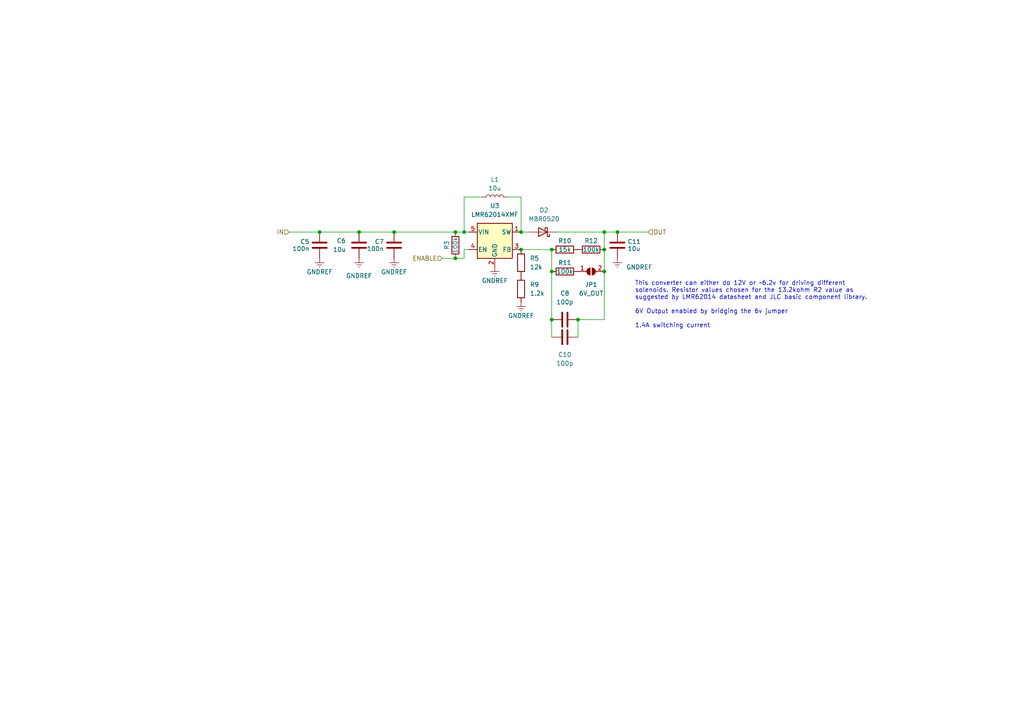
<source format=kicad_sch>
(kicad_sch (version 20231120) (generator "eeschema") (generator_version "8.0")
  (paper "A4")
  (title_block (title "DiveCAN Head") (date "2024-01-08") (rev "2.2 (DRAFT)") (company "Aren Leishman"))
  (lib_symbols
    (symbol "Jumper:SolderJumper_2_Open" (pin_names (offset 0) hide)
      (property "Reference" "JP" (at 0 2.032 0))
      (property "Value" "SolderJumper_2_Open" (at 0 -2.54 0))
      (symbol "SolderJumper_2_Open_0_1"
        (arc (start -0.254 1.016) (mid -1.2656 0) (end -0.254 -1.016))
        (arc (start -0.254 1.016) (mid -1.2656 0) (end -0.254 -1.016) (fill (type outline)))
        (polyline (pts (xy -0.254 1.016) (xy -0.254 -1.016)))
        (polyline (pts (xy 0.254 1.016) (xy 0.254 -1.016)))
        (arc (start 0.254 -1.016) (mid 1.2656 0) (end 0.254 1.016))
        (arc (start 0.254 -1.016) (mid 1.2656 0) (end 0.254 1.016) (fill (type outline)))
      )
      (symbol "SolderJumper_2_Open_1_1"
        (pin passive line (at -3.81 0 0) (length 2.54) (name "A") (number "1"))
        (pin passive line (at 3.81 0 180) (length 2.54) (name "B") (number "2"))
      )
    )
    (symbol "Library:C" (pin_numbers hide) (pin_names (offset 0.254))
      (property "Reference" "C" (at 0.635 2.54 0))
      (property "Value" "C" (at 0.635 -2.54 0))
      (symbol "C_0_1"
        (polyline (pts (xy -2.032 -0.762) (xy 2.032 -0.762)) (stroke (width 0.508)))
        (polyline (pts (xy -2.032 0.762) (xy 2.032 0.762)) (stroke (width 0.508)))
      )
      (symbol "C_1_1"
        (pin passive line (at 0 3.81 270) (length 2.794) (name "~") (number "1"))
        (pin passive line (at 0 -3.81 90) (length 2.794) (name "~") (number "2"))
      )
    )
    (symbol "Library:L" (pin_numbers hide) (pin_names (offset 1.016) hide)
      (property "Reference" "L" (at -1.27 0 90))
      (property "Value" "L" (at 1.905 0 90))
      (symbol "L_0_1"
        (arc (start 0 -2.54) (mid 0.6323 -1.905) (end 0 -1.27))
        (arc (start 0 -1.27) (mid 0.6323 -0.635) (end 0 0))
        (arc (start 0 0) (mid 0.6323 0.635) (end 0 1.27))
        (arc (start 0 1.27) (mid 0.6323 1.905) (end 0 2.54))
      )
      (symbol "L_1_1"
        (pin passive line (at 0 3.81 270) (length 1.27) (name "1") (number "1"))
        (pin passive line (at 0 -3.81 90) (length 1.27) (name "2") (number "2"))
      )
    )
    (symbol "Library:MBR0520" (pin_numbers hide) (pin_names (offset 1.016) hide)
      (property "Reference" "D" (at 0 2.54 0))
      (property "Value" "MBR0520" (at 0 -2.54 0))
      (symbol "MBR0520_0_1"
        (polyline (pts (xy 1.27 0) (xy -1.27 0)))
        (polyline (pts (xy 1.27 1.27) (xy 1.27 -1.27) (xy -1.27 0) (xy 1.27 1.27)) (stroke (width 0.254)))
        (polyline (pts (xy -1.905 0.635) (xy -1.905 1.27) (xy -1.27 1.27) (xy -1.27 -1.27) (xy -0.635 -1.27) (xy -0.635 -0.635)) (stroke (width 0.254)))
      )
      (symbol "MBR0520_1_1"
        (pin passive line (at -3.81 0 0) (length 2.54) (name "K") (number "1"))
        (pin passive line (at 3.81 0 180) (length 2.54) (name "A") (number "2"))
      )
    )
    (symbol "Library:R" (pin_numbers hide) (pin_names (offset 0))
      (property "Reference" "R" (at 2.032 0 90))
      (property "Value" "R" (at 0 0 90))
      (symbol "R_0_1"
        (rectangle (start -1.016 -2.54) (end 1.016 2.54) (stroke (width 0.254)))
      )
      (symbol "R_1_1"
        (pin passive line (at 0 3.81 270) (length 1.27) (name "~") (number "1"))
        (pin passive line (at 0 -3.81 90) (length 1.27) (name "~") (number "2"))
      )
    )
    (symbol "Regulator_Switching:LMR62014XMF" (pin_names (offset 0.254))
      (property "Reference" "U" (at -5.08 6.35 0))
      (property "Value" "LMR62014XMF" (at 0 6.35 0))
      (symbol "LMR62014XMF_0_1"
        (rectangle (start -5.08 5.08) (end 5.08 -5.08) (stroke (width 0.254)) (fill (type background)))
      )
      (symbol "LMR62014XMF_1_1"
        (pin output line (at 7.62 2.54 180) (length 2.54) (name "SW") (number "1"))
        (pin power_in line (at 0 -7.62 90) (length 2.54) (name "GND") (number "2"))
        (pin input line (at 7.62 -2.54 180) (length 2.54) (name "FB") (number "3"))
        (pin input line (at -7.62 -2.54 0) (length 2.54) (name "EN") (number "4"))
        (pin input line (at -7.62 2.54 0) (length 2.54) (name "VIN") (number "5"))
      )
    )
    (symbol "power:GNDREF" (power) (pin_names (offset 0))
      (property "Value" "GNDREF" (at 0 -3.81 0))
      (symbol "GNDREF_0_1"
        (polyline (pts (xy -0.635 -1.905) (xy 0.635 -1.905)))
        (polyline (pts (xy -0.127 -2.54) (xy 0.127 -2.54)))
        (polyline (pts (xy 0 -1.27) (xy 0 0)))
        (polyline (pts (xy 1.27 -1.27) (xy -1.27 -1.27)))
      )
      (symbol "GNDREF_1_1"
        (pin power_in line (at 0 0 270) (length 0) hide (name "GNDREF") (number "1"))
      )
    )
  )
  (junction (at 175.26 72.39))
  (junction (at 167.64 92.71))
  (junction (at 132.08 74.93))
  (junction (at 132.08 67.31))
  (junction (at 134.62 67.31))
  (junction (at 151.13 67.31))
  (junction (at 175.26 67.31))
  (junction (at 179.07 67.31))
  (junction (at 92.71 67.31))
  (junction (at 160.02 72.39))
  (junction (at 160.02 92.71))
  (junction (at 104.14 67.31))
  (junction (at 151.13 72.39))
  (junction (at 114.3 67.31))
  (junction (at 160.02 78.74))
  (junction (at 175.26 78.74))
  (wire (pts (xy 134.62 72.39) (xy 135.89 72.39)))
  (wire (pts (xy 83.82 67.31) (xy 92.71 67.31)))
  (wire (pts (xy 161.29 67.31) (xy 175.26 67.31)))
  (wire (pts (xy 151.13 72.39) (xy 160.02 72.39)))
  (wire (pts (xy 147.32 57.15) (xy 151.13 57.15)))
  (wire (pts (xy 175.26 72.39) (xy 175.26 78.74)))
  (wire (pts (xy 134.62 74.93) (xy 134.62 72.39)))
  (wire (pts (xy 151.13 67.31) (xy 153.67 67.31)))
  (wire (pts (xy 132.08 74.93) (xy 134.62 74.93)))
  (wire (pts (xy 175.26 92.71) (xy 167.64 92.71)))
  (wire (pts (xy 134.62 67.31) (xy 135.89 67.31)))
  (wire (pts (xy 151.13 57.15) (xy 151.13 67.31)))
  (wire (pts (xy 175.26 67.31) (xy 179.07 67.31)))
  (wire (pts (xy 179.07 67.31) (xy 187.96 67.31)))
  (wire (pts (xy 160.02 92.71) (xy 160.02 97.79)))
  (wire (pts (xy 160.02 72.39) (xy 160.02 78.74)))
  (wire (pts (xy 175.26 78.74) (xy 175.26 92.71)))
  (wire (pts (xy 92.71 67.31) (xy 104.14 67.31)))
  (wire (pts (xy 175.26 67.31) (xy 175.26 72.39)))
  (wire (pts (xy 167.64 92.71) (xy 167.64 97.79)))
  (wire (pts (xy 134.62 57.15) (xy 139.7 57.15)))
  (wire (pts (xy 134.62 67.31) (xy 134.62 57.15)))
  (wire (pts (xy 104.14 67.31) (xy 114.3 67.31)))
  (wire (pts (xy 132.08 67.31) (xy 134.62 67.31)))
  (wire (pts (xy 114.3 67.31) (xy 132.08 67.31)))
  (wire (pts (xy 160.02 78.74) (xy 160.02 92.71)))
  (wire (pts (xy 128.27 74.93) (xy 132.08 74.93)))
  (text "This converter can either do 12V or ~6.2v for driving different\nsolenoids. Resistor values chosen for the 13.2kohm R2 value as \nsuggested by LMR62014 datasheet and JLC basic component library.\n\n6V Output enabled by bridging the 6v jumper\n\n1.4A switching current" (at 184.15 95.25 0) (effects (font (size 1.27 1.27)) (justify left bottom)))
  (hierarchical_label "ENABLE" (shape input) (at 128.27 74.93 180))
  (hierarchical_label "OUT" (shape input) (at 187.96 67.31 0))
  (hierarchical_label "IN" (shape input) (at 83.82 67.31 180))
  (symbol (lib_id "Library:MBR0520") (at 157.48 67.31 180) (unit 1)
    (property "Reference" "D2" (at 157.7975 60.96 0))
    (property "Value" "MBR0520" (at 157.7975 63.5 0))
    (property "Footprint" "Diode_SMD:D_SOD-123" (effects (hide yes)))
    (property "Datasheet" "http://www.mccsemi.com/up_pdf/MBR0520~MBR0580(SOD123).pdf" (effects (hide yes)))
    (property "MPN" "C5204745" (effects (hide yes)))
  )
  (symbol (lib_id "power:GNDREF") (at 92.71 74.93 0) (unit 1)
    (property "Reference" "#PWR019" (effects (hide yes)))
    (property "Value" "GNDREF" (at 92.71 78.875 0))
  )
  (symbol (lib_id "Library:R") (at 163.83 72.39 90) (unit 1)
    (property "Reference" "R10" (at 163.83 69.85 90))
    (property "Value" "15k" (at 163.83 72.39 90))
    (property "Footprint" "Resistor_SMD:R_0402_1005Metric" (effects (hide yes)))
    (property "MPN" "C25756" (effects (hide yes)))
  )
  (symbol (lib_id "Library:R") (at 151.13 76.2 0) (unit 1)
    (property "Reference" "R5" (at 153.67 74.93 0) (effects (justify left)))
    (property "Value" "12k" (at 153.67 77.47 0) (effects (justify left)))
    (property "Footprint" "Resistor_SMD:R_0402_1005Metric" (effects (hide yes)))
    (property "MPN" "C25752" (effects (hide yes)))
  )
  (symbol (lib_id "Library:R") (at 132.08 71.12 180) (unit 1)
    (property "Reference" "R3" (at 129.54 71.12 90))
    (property "Value" "100k" (at 132.08 71.12 90))
    (property "Footprint" "Resistor_SMD:R_0402_1005Metric" (effects (hide yes)))
    (property "MPN" "C25741" (effects (hide yes)))
  )
  (symbol (lib_id "power:GNDREF") (at 151.13 87.63 0) (unit 1)
    (property "Reference" "#PWR023" (effects (hide yes)))
    (property "Value" "GNDREF" (at 151.13 91.575 0))
  )
  (symbol (lib_id "Regulator_Switching:LMR62014XMF") (at 143.51 69.85 0) (unit 1)
    (property "Reference" "U3" (at 143.51 59.69 0))
    (property "Value" "LMR62014XMF" (at 143.51 62.23 0))
    (property "Footprint" "Package_TO_SOT_SMD:SOT-23-5" (effects (hide yes)))
    (property "Datasheet" "http://www.ti.com/lit/ds/symlink/lmr62014.pdf" (effects (hide yes)))
    (property "MPN" "C468235" (effects (hide yes)))
  )
  (symbol (lib_id "Library:C") (at 114.3 71.12 180) (unit 1)
    (property "Reference" "C7" (at 111.3791 70.096 0) (effects (justify left)))
    (property "Value" "100n" (at 111.3791 72.144 0) (effects (justify left)))
    (property "Footprint" "Capacitor_SMD:C_0603_1608Metric" (effects (hide yes)))
    (property "MPN" "C14663" (effects (hide yes)))
  )
  (symbol (lib_id "power:GNDREF") (at 114.3 74.93 0) (unit 1)
    (property "Reference" "#PWR021" (effects (hide yes)))
    (property "Value" "GNDREF" (at 114.3 78.875 0))
  )
  (symbol (lib_id "Library:R") (at 163.83 78.74 90) (unit 1)
    (property "Reference" "R11" (at 163.83 76.2 90))
    (property "Value" "100k" (at 163.83 78.74 90))
    (property "Footprint" "Resistor_SMD:R_0402_1005Metric" (effects (hide yes)))
    (property "MPN" "C25741" (effects (hide yes)))
  )
  (symbol (lib_id "Library:C") (at 104.14 71.12 0) (unit 1)
    (property "Reference" "C6" (at 100.33 69.85 0) (effects (justify right)))
    (property "Value" "10u" (at 100.33 72.39 0) (effects (justify right)))
    (property "Footprint" "Capacitor_SMD:C_0603_1608Metric" (effects (hide yes)))
    (property "MPN" "C96446" (effects (hide yes)))
  )
  (symbol (lib_id "power:GNDREF") (at 179.07 74.93 0) (unit 1)
    (property "Reference" "#PWR024" (effects (hide yes)))
    (property "Value" "GNDREF" (at 185.42 77.47 0))
  )
  (symbol (lib_id "Jumper:SolderJumper_2_Open") (at 171.45 78.74 0) (unit 1) (in_bom no)
    (property "Reference" "JP1" (at 171.45 82.55 0))
    (property "Value" "6V_OUT" (at 171.45 85.09 0))
    (property "Footprint" "Jumper:SolderJumper-2_P1.3mm_Open_TrianglePad1.0x1.5mm" (effects (hide yes)))
  )
  (symbol (lib_id "Library:C") (at 163.83 97.79 270) (unit 1)
    (property "Reference" "C10" (at 163.83 102.87 90))
    (property "Value" "100p" (at 163.83 105.41 90))
    (property "Footprint" "Capacitor_SMD:C_0402_1005Metric" (effects (hide yes)))
    (property "MPN" "C1546" (effects (hide yes)))
  )
  (symbol (lib_id "Library:C") (at 163.83 92.71 270) (unit 1)
    (property "Reference" "C8" (at 163.83 85.09 90))
    (property "Value" "100p" (at 163.83 87.63 90))
    (property "Footprint" "Capacitor_SMD:C_0402_1005Metric" (effects (hide yes)))
    (property "MPN" "C1546" (effects (hide yes)))
  )
  (symbol (lib_id "power:GNDREF") (at 143.51 77.47 0) (unit 1)
    (property "Reference" "#PWR022" (effects (hide yes)))
    (property "Value" "GNDREF" (at 143.51 81.415 0))
  )
  (symbol (lib_id "Library:R") (at 151.13 83.82 0) (unit 1)
    (property "Reference" "R9" (at 153.67 82.55 0) (effects (justify left)))
    (property "Value" "1.2k" (at 153.67 85.09 0) (effects (justify left)))
    (property "Footprint" "Resistor_SMD:R_0402_1005Metric" (effects (hide yes)))
    (property "MPN" "C25862" (effects (hide yes)))
  )
  (symbol (lib_id "Library:R") (at 171.45 72.39 90) (unit 1)
    (property "Reference" "R12" (at 171.45 69.85 90))
    (property "Value" "100k" (at 171.45 72.39 90))
    (property "Footprint" "Resistor_SMD:R_0402_1005Metric" (effects (hide yes)))
    (property "MPN" "C25741" (effects (hide yes)))
  )
  (symbol (lib_id "Library:C") (at 179.07 71.12 0) (unit 1)
    (property "Reference" "C11" (at 181.991 70.096 0) (effects (justify left)))
    (property "Value" "10u" (at 181.991 72.144 0) (effects (justify left)))
    (property "Footprint" "Capacitor_SMD:C_0603_1608Metric" (effects (hide yes)))
    (property "MPN" "C96446" (effects (hide yes)))
  )
  (symbol (lib_id "power:GNDREF") (at 104.14 74.93 0) (unit 1)
    (property "Reference" "#PWR020" (effects (hide yes)))
    (property "Value" "GNDREF" (at 104.14 80.01 0))
  )
  (symbol (lib_id "Library:C") (at 92.71 71.12 180) (unit 1)
    (property "Reference" "C5" (at 89.7891 70.096 0) (effects (justify left)))
    (property "Value" "100n" (at 89.7891 72.144 0) (effects (justify left)))
    (property "Footprint" "Capacitor_SMD:C_0603_1608Metric" (effects (hide yes)))
    (property "MPN" "C14663" (effects (hide yes)))
  )
  (symbol (lib_id "Library:L") (at 143.51 57.15 90) (unit 1)
    (property "Reference" "L1" (at 143.51 52.07 90))
    (property "Value" "10u" (at 143.51 54.61 90))
    (property "Footprint" "Library:L_SunItech_SLO0530H" (effects (hide yes)))
    (property "MPN" "   C325966" (effects (hide yes)))
  )
)
</source>
